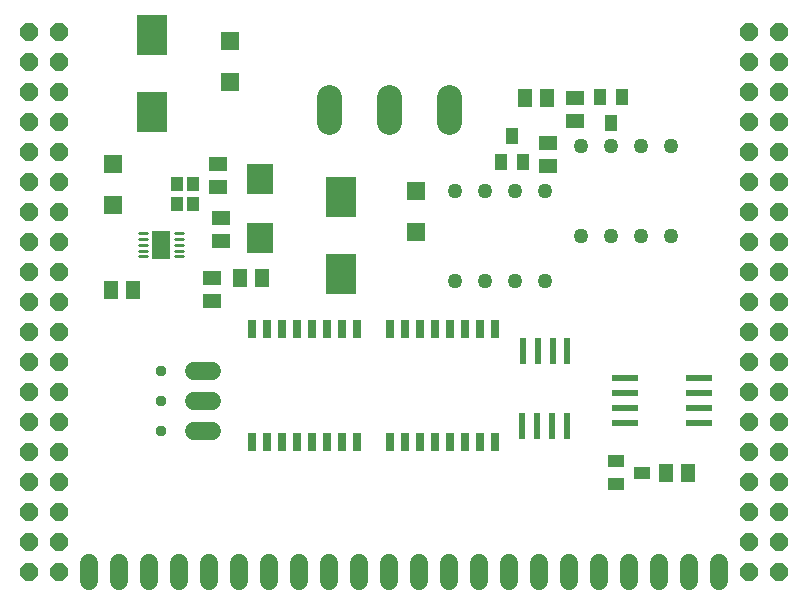
<source format=gbr>
G04 EAGLE Gerber RS-274X export*
G75*
%MOMM*%
%FSLAX34Y34*%
%LPD*%
%INSoldermask Top*%
%IPPOS*%
%AMOC8*
5,1,8,0,0,1.08239X$1,22.5*%
G01*
%ADD10P,1.649562X8X292.500000*%
%ADD11R,1.500000X1.300000*%
%ADD12R,1.300000X1.500000*%
%ADD13C,0.550000*%
%ADD14R,1.600000X2.350000*%
%ADD15C,0.250000*%
%ADD16R,2.200000X2.600000*%
%ADD17R,1.000000X1.200000*%
%ADD18R,0.762000X1.524000*%
%ADD19C,1.524000*%
%ADD20C,0.959600*%
%ADD21R,0.500000X2.200000*%
%ADD22R,1.000000X1.400000*%
%ADD23C,1.270000*%
%ADD24R,2.200000X0.500000*%
%ADD25R,1.400000X1.000000*%
%ADD26R,1.500000X1.500000*%
%ADD27C,2.095500*%
%ADD28R,2.500000X3.500000*%


D10*
X25400Y482600D03*
X50800Y482600D03*
X25400Y457200D03*
X50800Y457200D03*
X25400Y431800D03*
X50800Y431800D03*
X25400Y406400D03*
X50800Y406400D03*
X25400Y381000D03*
X50800Y381000D03*
X25400Y355600D03*
X50800Y355600D03*
X25400Y330200D03*
X50800Y330200D03*
X25400Y304800D03*
X50800Y304800D03*
X25400Y279400D03*
X50800Y279400D03*
X25400Y254000D03*
X50800Y254000D03*
X25400Y228600D03*
X50800Y228600D03*
X25400Y203200D03*
X50800Y203200D03*
X25400Y177800D03*
X50800Y177800D03*
X25400Y152400D03*
X50800Y152400D03*
X25400Y127000D03*
X50800Y127000D03*
X25400Y101600D03*
X50800Y101600D03*
X25400Y76200D03*
X50800Y76200D03*
X25400Y50800D03*
X50800Y50800D03*
X25400Y25400D03*
X50800Y25400D03*
X635000Y482600D03*
X660400Y482600D03*
X635000Y457200D03*
X660400Y457200D03*
X635000Y431800D03*
X660400Y431800D03*
X635000Y406400D03*
X660400Y406400D03*
X635000Y381000D03*
X660400Y381000D03*
X635000Y355600D03*
X660400Y355600D03*
X635000Y330200D03*
X660400Y330200D03*
X635000Y304800D03*
X660400Y304800D03*
X635000Y279400D03*
X660400Y279400D03*
X635000Y254000D03*
X660400Y254000D03*
X635000Y228600D03*
X660400Y228600D03*
X635000Y203200D03*
X660400Y203200D03*
X635000Y177800D03*
X660400Y177800D03*
X635000Y152400D03*
X660400Y152400D03*
X635000Y127000D03*
X660400Y127000D03*
X635000Y101600D03*
X660400Y101600D03*
X635000Y76200D03*
X660400Y76200D03*
X635000Y50800D03*
X660400Y50800D03*
X635000Y25400D03*
X660400Y25400D03*
D11*
X187960Y305460D03*
X187960Y324460D03*
D12*
X222860Y274320D03*
X203860Y274320D03*
D11*
X180340Y273660D03*
X180340Y254660D03*
D12*
X94640Y264160D03*
X113640Y264160D03*
D13*
X137160Y307760D03*
X137160Y296760D03*
D14*
X137160Y302260D03*
D15*
X125160Y292260D02*
X118660Y292260D01*
X118660Y297260D02*
X125160Y297260D01*
X125160Y302260D02*
X118660Y302260D01*
X118660Y307260D02*
X125160Y307260D01*
X125160Y312260D02*
X118660Y312260D01*
X149160Y312260D02*
X155660Y312260D01*
X155660Y307260D02*
X149160Y307260D01*
X149160Y302260D02*
X155660Y302260D01*
X155660Y297260D02*
X149160Y297260D01*
X149160Y292260D02*
X155660Y292260D01*
D11*
X185420Y351180D03*
X185420Y370180D03*
D16*
X220980Y307740D03*
X220980Y357740D03*
D17*
X150730Y353940D03*
X150730Y336940D03*
X164230Y336940D03*
X164230Y353940D03*
D18*
X303530Y230632D03*
X290830Y230632D03*
X278130Y230632D03*
X265430Y230632D03*
X252730Y230632D03*
X240030Y230632D03*
X227330Y230632D03*
X214630Y230632D03*
X214630Y135128D03*
X227330Y135128D03*
X240030Y135128D03*
X252730Y135128D03*
X265430Y135128D03*
X278130Y135128D03*
X290830Y135128D03*
X303530Y135128D03*
D19*
X180340Y144780D02*
X165100Y144780D01*
X165100Y170180D02*
X180340Y170180D01*
X180340Y195580D02*
X165100Y195580D01*
D20*
X137160Y144780D03*
X137160Y170180D03*
X137160Y195580D03*
D18*
X331470Y135128D03*
X344170Y135128D03*
X356870Y135128D03*
X369570Y135128D03*
X382270Y135128D03*
X394970Y135128D03*
X407670Y135128D03*
X420370Y135128D03*
X420370Y230632D03*
X407670Y230632D03*
X394970Y230632D03*
X382270Y230632D03*
X369570Y230632D03*
X356870Y230632D03*
X344170Y230632D03*
X331470Y230632D03*
D21*
X481330Y211880D03*
X468730Y211880D03*
X456030Y211880D03*
X443330Y211880D03*
X481330Y148800D03*
X468630Y148800D03*
X455930Y148800D03*
X443230Y148800D03*
D22*
X434340Y394540D03*
X443840Y372540D03*
X424840Y372540D03*
D23*
X386080Y271780D03*
X411480Y271780D03*
X411480Y347980D03*
X386080Y347980D03*
X436880Y271780D03*
X462280Y271780D03*
X436880Y347980D03*
X462280Y347980D03*
X568960Y386080D03*
X543560Y386080D03*
X543560Y309880D03*
X568960Y309880D03*
X518160Y386080D03*
X492760Y386080D03*
X518160Y309880D03*
X492760Y309880D03*
D11*
X487680Y407060D03*
X487680Y426060D03*
X464820Y387960D03*
X464820Y368960D03*
D24*
X529800Y189230D03*
X529800Y176630D03*
X529800Y163930D03*
X529800Y151230D03*
X592880Y189230D03*
X592880Y176530D03*
X592880Y163830D03*
X592880Y151130D03*
D25*
X544400Y109220D03*
X522400Y99720D03*
X522400Y118720D03*
D12*
X583540Y109220D03*
X564540Y109220D03*
D19*
X76200Y33020D02*
X76200Y17780D01*
X101600Y17780D02*
X101600Y33020D01*
X127000Y33020D02*
X127000Y17780D01*
X152400Y17780D02*
X152400Y33020D01*
X177800Y33020D02*
X177800Y17780D01*
X203200Y17780D02*
X203200Y33020D01*
X228600Y33020D02*
X228600Y17780D01*
X254000Y17780D02*
X254000Y33020D01*
X279400Y33020D02*
X279400Y17780D01*
X304800Y17780D02*
X304800Y33020D01*
X330200Y33020D02*
X330200Y17780D01*
X355600Y17780D02*
X355600Y33020D01*
X381000Y33020D02*
X381000Y17780D01*
X406400Y17780D02*
X406400Y33020D01*
X431800Y33020D02*
X431800Y17780D01*
X457200Y17780D02*
X457200Y33020D01*
X482600Y33020D02*
X482600Y17780D01*
X508000Y17780D02*
X508000Y33020D01*
X533400Y33020D02*
X533400Y17780D01*
X558800Y17780D02*
X558800Y33020D01*
X584200Y33020D02*
X584200Y17780D01*
X609600Y17780D02*
X609600Y33020D01*
D26*
X96520Y370560D03*
X96520Y335560D03*
X195580Y474700D03*
X195580Y439700D03*
X353060Y347700D03*
X353060Y312700D03*
D22*
X518160Y405560D03*
X508660Y427560D03*
X527660Y427560D03*
D12*
X445160Y426720D03*
X464160Y426720D03*
D27*
X381000Y427038D02*
X381000Y406083D01*
X330200Y406083D02*
X330200Y427038D01*
X279400Y427038D02*
X279400Y406083D01*
D28*
X129540Y414540D03*
X129540Y479540D03*
X289560Y277380D03*
X289560Y342380D03*
M02*

</source>
